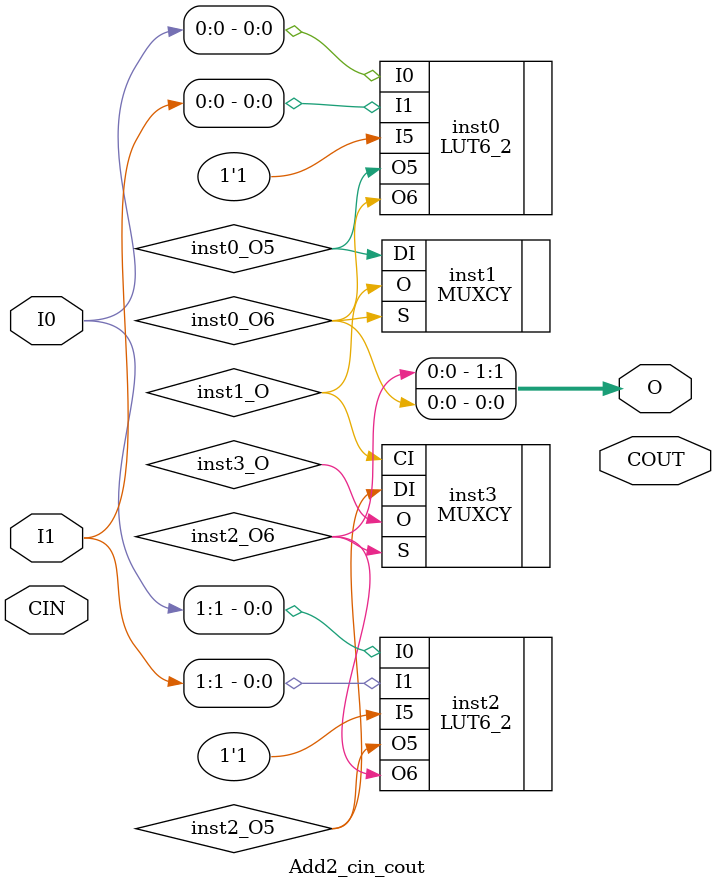
<source format=v>
module Add2_cin_cout (input [1:0] I0, input [1:0] I1, input  CIN, output [1:0] O, output  COUT);
wire  inst0_O5;
wire  inst0_O6;
wire  inst1_O;
wire  inst2_O5;
wire  inst2_O6;
wire  inst3_O;
LUT6_2 #(.INIT(64'h1111111111111110)) inst0 (.I0(I0[0]), .I1(I1[0]), .I5(1'b1), .O5(inst0_O5), .O6(inst0_O6));
MUXCY inst1 (.DI(inst0_O5), .S(inst0_O6), .O(inst1_O));
LUT6_2 #(.INIT(64'h1111111111111110)) inst2 (.I0(I0[1]), .I1(I1[1]), .I5(1'b1), .O5(inst2_O5), .O6(inst2_O6));
MUXCY inst3 (.DI(inst2_O5), .CI(inst1_O), .S(inst2_O6), .O(inst3_O));
assign O = {inst2_O6,inst0_O6};
endmodule


</source>
